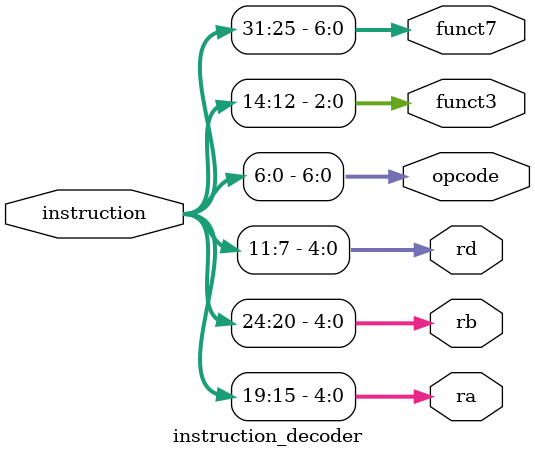
<source format=v>
`timescale 1ns / 1ps


module instruction_decoder(
    input wire [31:0] instruction,
    output wire [4:0] ra,
    output wire [4:0] rb,
    output wire [4:0] rd,
    output wire [6:0] opcode,
    output wire [2:0] funct3,
    output wire [6:0] funct7
   
    );
    
    assign ra = instruction [19:15];
    
    assign rb = instruction [24:20];
    
    assign rd = instruction [11:7];
    
    assign opcode = instruction [6:0];
    
    assign funct3 = instruction[14:12];
    
    assign funct7 = instruction [31:25];
endmodule

</source>
